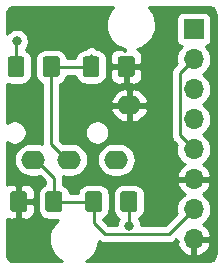
<source format=gtl>
G04 #@! TF.GenerationSoftware,KiCad,Pcbnew,5.1.2-f72e74a~84~ubuntu16.04.1*
G04 #@! TF.CreationDate,2019-07-13T03:40:42-04:00*
G04 #@! TF.ProjectId,arcade_joystick_pcb,61726361-6465-45f6-9a6f-79737469636b,rev?*
G04 #@! TF.SameCoordinates,Original*
G04 #@! TF.FileFunction,Copper,L1,Top*
G04 #@! TF.FilePolarity,Positive*
%FSLAX46Y46*%
G04 Gerber Fmt 4.6, Leading zero omitted, Abs format (unit mm)*
G04 Created by KiCad (PCBNEW 5.1.2-f72e74a~84~ubuntu16.04.1) date 2019-07-13 03:40:42*
%MOMM*%
%LPD*%
G04 APERTURE LIST*
%ADD10C,0.100000*%
%ADD11C,1.425000*%
%ADD12O,1.700000X1.700000*%
%ADD13R,1.700000X1.700000*%
%ADD14O,2.000000X1.600000*%
%ADD15C,0.800000*%
%ADD16C,0.250000*%
%ADD17C,0.254000*%
G04 APERTURE END LIST*
D10*
G36*
X129174504Y-95011204D02*
G01*
X129198773Y-95014804D01*
X129222571Y-95020765D01*
X129245671Y-95029030D01*
X129267849Y-95039520D01*
X129288893Y-95052133D01*
X129308598Y-95066747D01*
X129326777Y-95083223D01*
X129343253Y-95101402D01*
X129357867Y-95121107D01*
X129370480Y-95142151D01*
X129380970Y-95164329D01*
X129389235Y-95187429D01*
X129395196Y-95211227D01*
X129398796Y-95235496D01*
X129400000Y-95260000D01*
X129400000Y-96510000D01*
X129398796Y-96534504D01*
X129395196Y-96558773D01*
X129389235Y-96582571D01*
X129380970Y-96605671D01*
X129370480Y-96627849D01*
X129357867Y-96648893D01*
X129343253Y-96668598D01*
X129326777Y-96686777D01*
X129308598Y-96703253D01*
X129288893Y-96717867D01*
X129267849Y-96730480D01*
X129245671Y-96740970D01*
X129222571Y-96749235D01*
X129198773Y-96755196D01*
X129174504Y-96758796D01*
X129150000Y-96760000D01*
X128225000Y-96760000D01*
X128200496Y-96758796D01*
X128176227Y-96755196D01*
X128152429Y-96749235D01*
X128129329Y-96740970D01*
X128107151Y-96730480D01*
X128086107Y-96717867D01*
X128066402Y-96703253D01*
X128048223Y-96686777D01*
X128031747Y-96668598D01*
X128017133Y-96648893D01*
X128004520Y-96627849D01*
X127994030Y-96605671D01*
X127985765Y-96582571D01*
X127979804Y-96558773D01*
X127976204Y-96534504D01*
X127975000Y-96510000D01*
X127975000Y-95260000D01*
X127976204Y-95235496D01*
X127979804Y-95211227D01*
X127985765Y-95187429D01*
X127994030Y-95164329D01*
X128004520Y-95142151D01*
X128017133Y-95121107D01*
X128031747Y-95101402D01*
X128048223Y-95083223D01*
X128066402Y-95066747D01*
X128086107Y-95052133D01*
X128107151Y-95039520D01*
X128129329Y-95029030D01*
X128152429Y-95020765D01*
X128176227Y-95014804D01*
X128200496Y-95011204D01*
X128225000Y-95010000D01*
X129150000Y-95010000D01*
X129174504Y-95011204D01*
X129174504Y-95011204D01*
G37*
D11*
X128687500Y-95885000D03*
D10*
G36*
X132149504Y-95011204D02*
G01*
X132173773Y-95014804D01*
X132197571Y-95020765D01*
X132220671Y-95029030D01*
X132242849Y-95039520D01*
X132263893Y-95052133D01*
X132283598Y-95066747D01*
X132301777Y-95083223D01*
X132318253Y-95101402D01*
X132332867Y-95121107D01*
X132345480Y-95142151D01*
X132355970Y-95164329D01*
X132364235Y-95187429D01*
X132370196Y-95211227D01*
X132373796Y-95235496D01*
X132375000Y-95260000D01*
X132375000Y-96510000D01*
X132373796Y-96534504D01*
X132370196Y-96558773D01*
X132364235Y-96582571D01*
X132355970Y-96605671D01*
X132345480Y-96627849D01*
X132332867Y-96648893D01*
X132318253Y-96668598D01*
X132301777Y-96686777D01*
X132283598Y-96703253D01*
X132263893Y-96717867D01*
X132242849Y-96730480D01*
X132220671Y-96740970D01*
X132197571Y-96749235D01*
X132173773Y-96755196D01*
X132149504Y-96758796D01*
X132125000Y-96760000D01*
X131200000Y-96760000D01*
X131175496Y-96758796D01*
X131151227Y-96755196D01*
X131127429Y-96749235D01*
X131104329Y-96740970D01*
X131082151Y-96730480D01*
X131061107Y-96717867D01*
X131041402Y-96703253D01*
X131023223Y-96686777D01*
X131006747Y-96668598D01*
X130992133Y-96648893D01*
X130979520Y-96627849D01*
X130969030Y-96605671D01*
X130960765Y-96582571D01*
X130954804Y-96558773D01*
X130951204Y-96534504D01*
X130950000Y-96510000D01*
X130950000Y-95260000D01*
X130951204Y-95235496D01*
X130954804Y-95211227D01*
X130960765Y-95187429D01*
X130969030Y-95164329D01*
X130979520Y-95142151D01*
X130992133Y-95121107D01*
X131006747Y-95101402D01*
X131023223Y-95083223D01*
X131041402Y-95066747D01*
X131061107Y-95052133D01*
X131082151Y-95039520D01*
X131104329Y-95029030D01*
X131127429Y-95020765D01*
X131151227Y-95014804D01*
X131175496Y-95011204D01*
X131200000Y-95010000D01*
X132125000Y-95010000D01*
X132149504Y-95011204D01*
X132149504Y-95011204D01*
G37*
D11*
X131662500Y-95885000D03*
D10*
G36*
X138282004Y-83581204D02*
G01*
X138306273Y-83584804D01*
X138330071Y-83590765D01*
X138353171Y-83599030D01*
X138375349Y-83609520D01*
X138396393Y-83622133D01*
X138416098Y-83636747D01*
X138434277Y-83653223D01*
X138450753Y-83671402D01*
X138465367Y-83691107D01*
X138477980Y-83712151D01*
X138488470Y-83734329D01*
X138496735Y-83757429D01*
X138502696Y-83781227D01*
X138506296Y-83805496D01*
X138507500Y-83830000D01*
X138507500Y-85080000D01*
X138506296Y-85104504D01*
X138502696Y-85128773D01*
X138496735Y-85152571D01*
X138488470Y-85175671D01*
X138477980Y-85197849D01*
X138465367Y-85218893D01*
X138450753Y-85238598D01*
X138434277Y-85256777D01*
X138416098Y-85273253D01*
X138396393Y-85287867D01*
X138375349Y-85300480D01*
X138353171Y-85310970D01*
X138330071Y-85319235D01*
X138306273Y-85325196D01*
X138282004Y-85328796D01*
X138257500Y-85330000D01*
X137332500Y-85330000D01*
X137307996Y-85328796D01*
X137283727Y-85325196D01*
X137259929Y-85319235D01*
X137236829Y-85310970D01*
X137214651Y-85300480D01*
X137193607Y-85287867D01*
X137173902Y-85273253D01*
X137155723Y-85256777D01*
X137139247Y-85238598D01*
X137124633Y-85218893D01*
X137112020Y-85197849D01*
X137101530Y-85175671D01*
X137093265Y-85152571D01*
X137087304Y-85128773D01*
X137083704Y-85104504D01*
X137082500Y-85080000D01*
X137082500Y-83830000D01*
X137083704Y-83805496D01*
X137087304Y-83781227D01*
X137093265Y-83757429D01*
X137101530Y-83734329D01*
X137112020Y-83712151D01*
X137124633Y-83691107D01*
X137139247Y-83671402D01*
X137155723Y-83653223D01*
X137173902Y-83636747D01*
X137193607Y-83622133D01*
X137214651Y-83609520D01*
X137236829Y-83599030D01*
X137259929Y-83590765D01*
X137283727Y-83584804D01*
X137307996Y-83581204D01*
X137332500Y-83580000D01*
X138257500Y-83580000D01*
X138282004Y-83581204D01*
X138282004Y-83581204D01*
G37*
D11*
X137795000Y-84455000D03*
D10*
G36*
X135307004Y-83581204D02*
G01*
X135331273Y-83584804D01*
X135355071Y-83590765D01*
X135378171Y-83599030D01*
X135400349Y-83609520D01*
X135421393Y-83622133D01*
X135441098Y-83636747D01*
X135459277Y-83653223D01*
X135475753Y-83671402D01*
X135490367Y-83691107D01*
X135502980Y-83712151D01*
X135513470Y-83734329D01*
X135521735Y-83757429D01*
X135527696Y-83781227D01*
X135531296Y-83805496D01*
X135532500Y-83830000D01*
X135532500Y-85080000D01*
X135531296Y-85104504D01*
X135527696Y-85128773D01*
X135521735Y-85152571D01*
X135513470Y-85175671D01*
X135502980Y-85197849D01*
X135490367Y-85218893D01*
X135475753Y-85238598D01*
X135459277Y-85256777D01*
X135441098Y-85273253D01*
X135421393Y-85287867D01*
X135400349Y-85300480D01*
X135378171Y-85310970D01*
X135355071Y-85319235D01*
X135331273Y-85325196D01*
X135307004Y-85328796D01*
X135282500Y-85330000D01*
X134357500Y-85330000D01*
X134332996Y-85328796D01*
X134308727Y-85325196D01*
X134284929Y-85319235D01*
X134261829Y-85310970D01*
X134239651Y-85300480D01*
X134218607Y-85287867D01*
X134198902Y-85273253D01*
X134180723Y-85256777D01*
X134164247Y-85238598D01*
X134149633Y-85218893D01*
X134137020Y-85197849D01*
X134126530Y-85175671D01*
X134118265Y-85152571D01*
X134112304Y-85128773D01*
X134108704Y-85104504D01*
X134107500Y-85080000D01*
X134107500Y-83830000D01*
X134108704Y-83805496D01*
X134112304Y-83781227D01*
X134118265Y-83757429D01*
X134126530Y-83734329D01*
X134137020Y-83712151D01*
X134149633Y-83691107D01*
X134164247Y-83671402D01*
X134180723Y-83653223D01*
X134198902Y-83636747D01*
X134218607Y-83622133D01*
X134239651Y-83609520D01*
X134261829Y-83599030D01*
X134284929Y-83590765D01*
X134308727Y-83584804D01*
X134332996Y-83581204D01*
X134357500Y-83580000D01*
X135282500Y-83580000D01*
X135307004Y-83581204D01*
X135307004Y-83581204D01*
G37*
D11*
X134820000Y-84455000D03*
D10*
G36*
X135524504Y-95011204D02*
G01*
X135548773Y-95014804D01*
X135572571Y-95020765D01*
X135595671Y-95029030D01*
X135617849Y-95039520D01*
X135638893Y-95052133D01*
X135658598Y-95066747D01*
X135676777Y-95083223D01*
X135693253Y-95101402D01*
X135707867Y-95121107D01*
X135720480Y-95142151D01*
X135730970Y-95164329D01*
X135739235Y-95187429D01*
X135745196Y-95211227D01*
X135748796Y-95235496D01*
X135750000Y-95260000D01*
X135750000Y-96510000D01*
X135748796Y-96534504D01*
X135745196Y-96558773D01*
X135739235Y-96582571D01*
X135730970Y-96605671D01*
X135720480Y-96627849D01*
X135707867Y-96648893D01*
X135693253Y-96668598D01*
X135676777Y-96686777D01*
X135658598Y-96703253D01*
X135638893Y-96717867D01*
X135617849Y-96730480D01*
X135595671Y-96740970D01*
X135572571Y-96749235D01*
X135548773Y-96755196D01*
X135524504Y-96758796D01*
X135500000Y-96760000D01*
X134575000Y-96760000D01*
X134550496Y-96758796D01*
X134526227Y-96755196D01*
X134502429Y-96749235D01*
X134479329Y-96740970D01*
X134457151Y-96730480D01*
X134436107Y-96717867D01*
X134416402Y-96703253D01*
X134398223Y-96686777D01*
X134381747Y-96668598D01*
X134367133Y-96648893D01*
X134354520Y-96627849D01*
X134344030Y-96605671D01*
X134335765Y-96582571D01*
X134329804Y-96558773D01*
X134326204Y-96534504D01*
X134325000Y-96510000D01*
X134325000Y-95260000D01*
X134326204Y-95235496D01*
X134329804Y-95211227D01*
X134335765Y-95187429D01*
X134344030Y-95164329D01*
X134354520Y-95142151D01*
X134367133Y-95121107D01*
X134381747Y-95101402D01*
X134398223Y-95083223D01*
X134416402Y-95066747D01*
X134436107Y-95052133D01*
X134457151Y-95039520D01*
X134479329Y-95029030D01*
X134502429Y-95020765D01*
X134526227Y-95014804D01*
X134550496Y-95011204D01*
X134575000Y-95010000D01*
X135500000Y-95010000D01*
X135524504Y-95011204D01*
X135524504Y-95011204D01*
G37*
D11*
X135037500Y-95885000D03*
D10*
G36*
X138499504Y-95011204D02*
G01*
X138523773Y-95014804D01*
X138547571Y-95020765D01*
X138570671Y-95029030D01*
X138592849Y-95039520D01*
X138613893Y-95052133D01*
X138633598Y-95066747D01*
X138651777Y-95083223D01*
X138668253Y-95101402D01*
X138682867Y-95121107D01*
X138695480Y-95142151D01*
X138705970Y-95164329D01*
X138714235Y-95187429D01*
X138720196Y-95211227D01*
X138723796Y-95235496D01*
X138725000Y-95260000D01*
X138725000Y-96510000D01*
X138723796Y-96534504D01*
X138720196Y-96558773D01*
X138714235Y-96582571D01*
X138705970Y-96605671D01*
X138695480Y-96627849D01*
X138682867Y-96648893D01*
X138668253Y-96668598D01*
X138651777Y-96686777D01*
X138633598Y-96703253D01*
X138613893Y-96717867D01*
X138592849Y-96730480D01*
X138570671Y-96740970D01*
X138547571Y-96749235D01*
X138523773Y-96755196D01*
X138499504Y-96758796D01*
X138475000Y-96760000D01*
X137550000Y-96760000D01*
X137525496Y-96758796D01*
X137501227Y-96755196D01*
X137477429Y-96749235D01*
X137454329Y-96740970D01*
X137432151Y-96730480D01*
X137411107Y-96717867D01*
X137391402Y-96703253D01*
X137373223Y-96686777D01*
X137356747Y-96668598D01*
X137342133Y-96648893D01*
X137329520Y-96627849D01*
X137319030Y-96605671D01*
X137310765Y-96582571D01*
X137304804Y-96558773D01*
X137301204Y-96534504D01*
X137300000Y-96510000D01*
X137300000Y-95260000D01*
X137301204Y-95235496D01*
X137304804Y-95211227D01*
X137310765Y-95187429D01*
X137319030Y-95164329D01*
X137329520Y-95142151D01*
X137342133Y-95121107D01*
X137356747Y-95101402D01*
X137373223Y-95083223D01*
X137391402Y-95066747D01*
X137411107Y-95052133D01*
X137432151Y-95039520D01*
X137454329Y-95029030D01*
X137477429Y-95020765D01*
X137501227Y-95014804D01*
X137525496Y-95011204D01*
X137550000Y-95010000D01*
X138475000Y-95010000D01*
X138499504Y-95011204D01*
X138499504Y-95011204D01*
G37*
D11*
X138012500Y-95885000D03*
D10*
G36*
X131932004Y-83581204D02*
G01*
X131956273Y-83584804D01*
X131980071Y-83590765D01*
X132003171Y-83599030D01*
X132025349Y-83609520D01*
X132046393Y-83622133D01*
X132066098Y-83636747D01*
X132084277Y-83653223D01*
X132100753Y-83671402D01*
X132115367Y-83691107D01*
X132127980Y-83712151D01*
X132138470Y-83734329D01*
X132146735Y-83757429D01*
X132152696Y-83781227D01*
X132156296Y-83805496D01*
X132157500Y-83830000D01*
X132157500Y-85080000D01*
X132156296Y-85104504D01*
X132152696Y-85128773D01*
X132146735Y-85152571D01*
X132138470Y-85175671D01*
X132127980Y-85197849D01*
X132115367Y-85218893D01*
X132100753Y-85238598D01*
X132084277Y-85256777D01*
X132066098Y-85273253D01*
X132046393Y-85287867D01*
X132025349Y-85300480D01*
X132003171Y-85310970D01*
X131980071Y-85319235D01*
X131956273Y-85325196D01*
X131932004Y-85328796D01*
X131907500Y-85330000D01*
X130982500Y-85330000D01*
X130957996Y-85328796D01*
X130933727Y-85325196D01*
X130909929Y-85319235D01*
X130886829Y-85310970D01*
X130864651Y-85300480D01*
X130843607Y-85287867D01*
X130823902Y-85273253D01*
X130805723Y-85256777D01*
X130789247Y-85238598D01*
X130774633Y-85218893D01*
X130762020Y-85197849D01*
X130751530Y-85175671D01*
X130743265Y-85152571D01*
X130737304Y-85128773D01*
X130733704Y-85104504D01*
X130732500Y-85080000D01*
X130732500Y-83830000D01*
X130733704Y-83805496D01*
X130737304Y-83781227D01*
X130743265Y-83757429D01*
X130751530Y-83734329D01*
X130762020Y-83712151D01*
X130774633Y-83691107D01*
X130789247Y-83671402D01*
X130805723Y-83653223D01*
X130823902Y-83636747D01*
X130843607Y-83622133D01*
X130864651Y-83609520D01*
X130886829Y-83599030D01*
X130909929Y-83590765D01*
X130933727Y-83584804D01*
X130957996Y-83581204D01*
X130982500Y-83580000D01*
X131907500Y-83580000D01*
X131932004Y-83581204D01*
X131932004Y-83581204D01*
G37*
D11*
X131445000Y-84455000D03*
D10*
G36*
X128957004Y-83581204D02*
G01*
X128981273Y-83584804D01*
X129005071Y-83590765D01*
X129028171Y-83599030D01*
X129050349Y-83609520D01*
X129071393Y-83622133D01*
X129091098Y-83636747D01*
X129109277Y-83653223D01*
X129125753Y-83671402D01*
X129140367Y-83691107D01*
X129152980Y-83712151D01*
X129163470Y-83734329D01*
X129171735Y-83757429D01*
X129177696Y-83781227D01*
X129181296Y-83805496D01*
X129182500Y-83830000D01*
X129182500Y-85080000D01*
X129181296Y-85104504D01*
X129177696Y-85128773D01*
X129171735Y-85152571D01*
X129163470Y-85175671D01*
X129152980Y-85197849D01*
X129140367Y-85218893D01*
X129125753Y-85238598D01*
X129109277Y-85256777D01*
X129091098Y-85273253D01*
X129071393Y-85287867D01*
X129050349Y-85300480D01*
X129028171Y-85310970D01*
X129005071Y-85319235D01*
X128981273Y-85325196D01*
X128957004Y-85328796D01*
X128932500Y-85330000D01*
X128007500Y-85330000D01*
X127982996Y-85328796D01*
X127958727Y-85325196D01*
X127934929Y-85319235D01*
X127911829Y-85310970D01*
X127889651Y-85300480D01*
X127868607Y-85287867D01*
X127848902Y-85273253D01*
X127830723Y-85256777D01*
X127814247Y-85238598D01*
X127799633Y-85218893D01*
X127787020Y-85197849D01*
X127776530Y-85175671D01*
X127768265Y-85152571D01*
X127762304Y-85128773D01*
X127758704Y-85104504D01*
X127757500Y-85080000D01*
X127757500Y-83830000D01*
X127758704Y-83805496D01*
X127762304Y-83781227D01*
X127768265Y-83757429D01*
X127776530Y-83734329D01*
X127787020Y-83712151D01*
X127799633Y-83691107D01*
X127814247Y-83671402D01*
X127830723Y-83653223D01*
X127848902Y-83636747D01*
X127868607Y-83622133D01*
X127889651Y-83609520D01*
X127911829Y-83599030D01*
X127934929Y-83590765D01*
X127958727Y-83584804D01*
X127982996Y-83581204D01*
X128007500Y-83580000D01*
X128932500Y-83580000D01*
X128957004Y-83581204D01*
X128957004Y-83581204D01*
G37*
D11*
X128470000Y-84455000D03*
D12*
X143510000Y-99060000D03*
X143510000Y-96520000D03*
X143510000Y-93980000D03*
X143510000Y-91440000D03*
X143510000Y-88900000D03*
X143510000Y-86360000D03*
X143510000Y-83820000D03*
D13*
X143510000Y-81280000D03*
D14*
X138040001Y-87735000D03*
X136940001Y-92335000D03*
X129940001Y-92335000D03*
X132940001Y-92335000D03*
D15*
X128524000Y-82296000D03*
X138049000Y-97917000D03*
D16*
X138012500Y-97880500D02*
X138049000Y-97917000D01*
X138012500Y-95885000D02*
X138012500Y-97880500D01*
X128470000Y-82350000D02*
X128524000Y-82296000D01*
X128470000Y-84455000D02*
X128470000Y-82350000D01*
X130140001Y-92335000D02*
X129940001Y-92335000D01*
X131662500Y-93857499D02*
X130140001Y-92335000D01*
X131662500Y-95885000D02*
X131662500Y-93857499D01*
X134225000Y-95885000D02*
X131662500Y-95885000D01*
X135037500Y-95885000D02*
X134225000Y-95885000D01*
X141387999Y-98642001D02*
X135980001Y-98642001D01*
X143510000Y-96520000D02*
X141387999Y-98642001D01*
X135037500Y-97699500D02*
X135037500Y-95885000D01*
X135980001Y-98642001D02*
X135037500Y-97699500D01*
X134820000Y-84455000D02*
X131445000Y-84455000D01*
X132740001Y-92335000D02*
X132940001Y-92335000D01*
X131445000Y-91039999D02*
X132740001Y-92335000D01*
X131445000Y-84455000D02*
X131445000Y-91039999D01*
X142334999Y-90264999D02*
X142660001Y-90590001D01*
X142660001Y-90590001D02*
X143510000Y-91440000D01*
X142334999Y-84995001D02*
X142334999Y-90264999D01*
X143510000Y-83820000D02*
X142334999Y-84995001D01*
X134820000Y-84455000D02*
X134820000Y-83480000D01*
D17*
G36*
X136412781Y-79747923D02*
G01*
X136223218Y-80116771D01*
X136108909Y-80515414D01*
X136074207Y-80928668D01*
X136120434Y-81340792D01*
X136245830Y-81736088D01*
X136445617Y-82099500D01*
X136712186Y-82417185D01*
X137035384Y-82677043D01*
X137402900Y-82869176D01*
X137667998Y-82947198D01*
X137667998Y-83103748D01*
X137509250Y-82945000D01*
X137082500Y-82941928D01*
X136958018Y-82954188D01*
X136838320Y-82990498D01*
X136728006Y-83049463D01*
X136631315Y-83128815D01*
X136551963Y-83225506D01*
X136492998Y-83335820D01*
X136456688Y-83455518D01*
X136444428Y-83580000D01*
X136447500Y-84169250D01*
X136606250Y-84328000D01*
X137668000Y-84328000D01*
X137668000Y-84308000D01*
X137922000Y-84308000D01*
X137922000Y-84328000D01*
X138983750Y-84328000D01*
X139142500Y-84169250D01*
X139145572Y-83580000D01*
X139133312Y-83455518D01*
X139097002Y-83335820D01*
X139038037Y-83225506D01*
X138958685Y-83128815D01*
X138861994Y-83049463D01*
X138751680Y-82990498D01*
X138671982Y-82966322D01*
X139022336Y-82857870D01*
X139387134Y-82660624D01*
X139706672Y-82396279D01*
X139968780Y-82074903D01*
X140163474Y-81708738D01*
X140283338Y-81311729D01*
X140323806Y-80899000D01*
X140322978Y-80839669D01*
X140271001Y-80428231D01*
X140140098Y-80034724D01*
X139935257Y-79674137D01*
X139720208Y-79425000D01*
X144746496Y-79425000D01*
X144892992Y-79439364D01*
X145001670Y-79472176D01*
X145101918Y-79525479D01*
X145189897Y-79597232D01*
X145262263Y-79684707D01*
X145316263Y-79784579D01*
X145349833Y-79893027D01*
X145365000Y-80037331D01*
X145365001Y-100296486D01*
X145350636Y-100442992D01*
X145317823Y-100551672D01*
X145264522Y-100651917D01*
X145192769Y-100739895D01*
X145105292Y-100812263D01*
X145005420Y-100866263D01*
X144896973Y-100899833D01*
X144752669Y-100915000D01*
X134365536Y-100915000D01*
X134538231Y-100821624D01*
X134857769Y-100557279D01*
X135119877Y-100235903D01*
X135314571Y-99869738D01*
X135434435Y-99472729D01*
X135461232Y-99199427D01*
X135555725Y-99276975D01*
X135687754Y-99347547D01*
X135831015Y-99391004D01*
X135942668Y-99402001D01*
X135942676Y-99402001D01*
X135980001Y-99405677D01*
X136017326Y-99402001D01*
X141350677Y-99402001D01*
X141387999Y-99405677D01*
X141425321Y-99402001D01*
X141425332Y-99402001D01*
X141536985Y-99391004D01*
X141680246Y-99347547D01*
X141812275Y-99276975D01*
X141928000Y-99182002D01*
X141951803Y-99152998D01*
X142025000Y-99079801D01*
X142025000Y-99187002D01*
X142189844Y-99187002D01*
X142068524Y-99416890D01*
X142113175Y-99564099D01*
X142238359Y-99826920D01*
X142412412Y-100060269D01*
X142628645Y-100255178D01*
X142878748Y-100404157D01*
X143153109Y-100501481D01*
X143383000Y-100380814D01*
X143383000Y-99187000D01*
X143637000Y-99187000D01*
X143637000Y-100380814D01*
X143866891Y-100501481D01*
X144141252Y-100404157D01*
X144391355Y-100255178D01*
X144607588Y-100060269D01*
X144781641Y-99826920D01*
X144906825Y-99564099D01*
X144951476Y-99416890D01*
X144830155Y-99187000D01*
X143637000Y-99187000D01*
X143383000Y-99187000D01*
X143363000Y-99187000D01*
X143363000Y-98933000D01*
X143383000Y-98933000D01*
X143383000Y-98913000D01*
X143637000Y-98913000D01*
X143637000Y-98933000D01*
X144830155Y-98933000D01*
X144951476Y-98703110D01*
X144906825Y-98555901D01*
X144781641Y-98293080D01*
X144607588Y-98059731D01*
X144391355Y-97864822D01*
X144274477Y-97795201D01*
X144339014Y-97760706D01*
X144565134Y-97575134D01*
X144750706Y-97349014D01*
X144888599Y-97091034D01*
X144973513Y-96811111D01*
X145002185Y-96520000D01*
X144973513Y-96228889D01*
X144888599Y-95948966D01*
X144750706Y-95690986D01*
X144565134Y-95464866D01*
X144339014Y-95279294D01*
X144274477Y-95244799D01*
X144391355Y-95175178D01*
X144607588Y-94980269D01*
X144781641Y-94746920D01*
X144906825Y-94484099D01*
X144951476Y-94336890D01*
X144830155Y-94107000D01*
X143637000Y-94107000D01*
X143637000Y-94127000D01*
X143383000Y-94127000D01*
X143383000Y-94107000D01*
X142189845Y-94107000D01*
X142068524Y-94336890D01*
X142113175Y-94484099D01*
X142238359Y-94746920D01*
X142412412Y-94980269D01*
X142628645Y-95175178D01*
X142745523Y-95244799D01*
X142680986Y-95279294D01*
X142454866Y-95464866D01*
X142269294Y-95690986D01*
X142131401Y-95948966D01*
X142046487Y-96228889D01*
X142017815Y-96520000D01*
X142046487Y-96811111D01*
X142069203Y-96885995D01*
X141073198Y-97882001D01*
X139084000Y-97882001D01*
X139084000Y-97815061D01*
X139044226Y-97615102D01*
X138966205Y-97426744D01*
X138878976Y-97296196D01*
X138968386Y-97248405D01*
X139102962Y-97137962D01*
X139213405Y-97003386D01*
X139295472Y-96849850D01*
X139346008Y-96683254D01*
X139363072Y-96510000D01*
X139363072Y-95260000D01*
X139346008Y-95086746D01*
X139295472Y-94920150D01*
X139213405Y-94766614D01*
X139102962Y-94632038D01*
X138968386Y-94521595D01*
X138814850Y-94439528D01*
X138648254Y-94388992D01*
X138475000Y-94371928D01*
X137550000Y-94371928D01*
X137376746Y-94388992D01*
X137210150Y-94439528D01*
X137056614Y-94521595D01*
X136922038Y-94632038D01*
X136811595Y-94766614D01*
X136729528Y-94920150D01*
X136678992Y-95086746D01*
X136661928Y-95260000D01*
X136661928Y-96510000D01*
X136678992Y-96683254D01*
X136729528Y-96849850D01*
X136811595Y-97003386D01*
X136922038Y-97137962D01*
X137056614Y-97248405D01*
X137199813Y-97324947D01*
X137131795Y-97426744D01*
X137053774Y-97615102D01*
X137014000Y-97815061D01*
X137014000Y-97882001D01*
X136294803Y-97882001D01*
X135797500Y-97384699D01*
X135797500Y-97343319D01*
X135839850Y-97330472D01*
X135993386Y-97248405D01*
X136127962Y-97137962D01*
X136238405Y-97003386D01*
X136320472Y-96849850D01*
X136371008Y-96683254D01*
X136388072Y-96510000D01*
X136388072Y-95260000D01*
X136371008Y-95086746D01*
X136320472Y-94920150D01*
X136238405Y-94766614D01*
X136127962Y-94632038D01*
X135993386Y-94521595D01*
X135839850Y-94439528D01*
X135673254Y-94388992D01*
X135500000Y-94371928D01*
X134575000Y-94371928D01*
X134401746Y-94388992D01*
X134235150Y-94439528D01*
X134081614Y-94521595D01*
X133947038Y-94632038D01*
X133836595Y-94766614D01*
X133754528Y-94920150D01*
X133703992Y-95086746D01*
X133700224Y-95125000D01*
X132999776Y-95125000D01*
X132996008Y-95086746D01*
X132945472Y-94920150D01*
X132863405Y-94766614D01*
X132752962Y-94632038D01*
X132618386Y-94521595D01*
X132464850Y-94439528D01*
X132422500Y-94426681D01*
X132422500Y-93894824D01*
X132426176Y-93857499D01*
X132422500Y-93820174D01*
X132422500Y-93820166D01*
X132414184Y-93735735D01*
X132458692Y-93749236D01*
X132669509Y-93770000D01*
X133210493Y-93770000D01*
X133421310Y-93749236D01*
X133691809Y-93667182D01*
X133941102Y-93533932D01*
X134159609Y-93354608D01*
X134338933Y-93136101D01*
X134472183Y-92886808D01*
X134554237Y-92616309D01*
X134581944Y-92335000D01*
X135298058Y-92335000D01*
X135325765Y-92616309D01*
X135407819Y-92886808D01*
X135541069Y-93136101D01*
X135720393Y-93354608D01*
X135938900Y-93533932D01*
X136188193Y-93667182D01*
X136458692Y-93749236D01*
X136669509Y-93770000D01*
X137210493Y-93770000D01*
X137421310Y-93749236D01*
X137691809Y-93667182D01*
X137941102Y-93533932D01*
X138159609Y-93354608D01*
X138338933Y-93136101D01*
X138472183Y-92886808D01*
X138554237Y-92616309D01*
X138581944Y-92335000D01*
X138554237Y-92053691D01*
X138472183Y-91783192D01*
X138338933Y-91533899D01*
X138159609Y-91315392D01*
X137941102Y-91136068D01*
X137691809Y-91002818D01*
X137421310Y-90920764D01*
X137210493Y-90900000D01*
X136669509Y-90900000D01*
X136458692Y-90920764D01*
X136188193Y-91002818D01*
X135938900Y-91136068D01*
X135720393Y-91315392D01*
X135541069Y-91533899D01*
X135407819Y-91783192D01*
X135325765Y-92053691D01*
X135298058Y-92335000D01*
X134581944Y-92335000D01*
X134554237Y-92053691D01*
X134472183Y-91783192D01*
X134338933Y-91533899D01*
X134159609Y-91315392D01*
X133941102Y-91136068D01*
X133691809Y-91002818D01*
X133421310Y-90920764D01*
X133210493Y-90900000D01*
X132669509Y-90900000D01*
X132458692Y-90920764D01*
X132414095Y-90934292D01*
X132205000Y-90725198D01*
X132205000Y-89933061D01*
X134305001Y-89933061D01*
X134305001Y-90136939D01*
X134344775Y-90336898D01*
X134422796Y-90525256D01*
X134536064Y-90694774D01*
X134680227Y-90838937D01*
X134849745Y-90952205D01*
X135038103Y-91030226D01*
X135238062Y-91070000D01*
X135441940Y-91070000D01*
X135641899Y-91030226D01*
X135830257Y-90952205D01*
X135999775Y-90838937D01*
X136143938Y-90694774D01*
X136257206Y-90525256D01*
X136335227Y-90336898D01*
X136375001Y-90136939D01*
X136375001Y-89933061D01*
X136335227Y-89733102D01*
X136257206Y-89544744D01*
X136143938Y-89375226D01*
X135999775Y-89231063D01*
X135830257Y-89117795D01*
X135641899Y-89039774D01*
X135441940Y-89000000D01*
X135238062Y-89000000D01*
X135038103Y-89039774D01*
X134849745Y-89117795D01*
X134680227Y-89231063D01*
X134536064Y-89375226D01*
X134422796Y-89544744D01*
X134344775Y-89733102D01*
X134305001Y-89933061D01*
X132205000Y-89933061D01*
X132205000Y-88084039D01*
X136448097Y-88084039D01*
X136458557Y-88141730D01*
X136564450Y-88403421D01*
X136719362Y-88639425D01*
X136917339Y-88840673D01*
X137150774Y-88999430D01*
X137410695Y-89109596D01*
X137687114Y-89166937D01*
X137913001Y-89014474D01*
X137913001Y-87862000D01*
X138167001Y-87862000D01*
X138167001Y-89014474D01*
X138392888Y-89166937D01*
X138669307Y-89109596D01*
X138929228Y-88999430D01*
X139162663Y-88840673D01*
X139360640Y-88639425D01*
X139515552Y-88403421D01*
X139621445Y-88141730D01*
X139631905Y-88084039D01*
X139509916Y-87862000D01*
X138167001Y-87862000D01*
X137913001Y-87862000D01*
X136570086Y-87862000D01*
X136448097Y-88084039D01*
X132205000Y-88084039D01*
X132205000Y-87385961D01*
X136448097Y-87385961D01*
X136570086Y-87608000D01*
X137913001Y-87608000D01*
X137913001Y-86455526D01*
X138167001Y-86455526D01*
X138167001Y-87608000D01*
X139509916Y-87608000D01*
X139631905Y-87385961D01*
X139621445Y-87328270D01*
X139515552Y-87066579D01*
X139360640Y-86830575D01*
X139162663Y-86629327D01*
X138929228Y-86470570D01*
X138669307Y-86360404D01*
X138392888Y-86303063D01*
X138167001Y-86455526D01*
X137913001Y-86455526D01*
X137687114Y-86303063D01*
X137410695Y-86360404D01*
X137150774Y-86470570D01*
X136917339Y-86629327D01*
X136719362Y-86830575D01*
X136564450Y-87066579D01*
X136458557Y-87328270D01*
X136448097Y-87385961D01*
X132205000Y-87385961D01*
X132205000Y-85913319D01*
X132247350Y-85900472D01*
X132400886Y-85818405D01*
X132535462Y-85707962D01*
X132645905Y-85573386D01*
X132727972Y-85419850D01*
X132778508Y-85253254D01*
X132782276Y-85215000D01*
X133482724Y-85215000D01*
X133486492Y-85253254D01*
X133537028Y-85419850D01*
X133619095Y-85573386D01*
X133729538Y-85707962D01*
X133864114Y-85818405D01*
X134017650Y-85900472D01*
X134184246Y-85951008D01*
X134357500Y-85968072D01*
X135282500Y-85968072D01*
X135455754Y-85951008D01*
X135622350Y-85900472D01*
X135775886Y-85818405D01*
X135910462Y-85707962D01*
X136020905Y-85573386D01*
X136102972Y-85419850D01*
X136130227Y-85330000D01*
X136444428Y-85330000D01*
X136456688Y-85454482D01*
X136492998Y-85574180D01*
X136551963Y-85684494D01*
X136631315Y-85781185D01*
X136728006Y-85860537D01*
X136838320Y-85919502D01*
X136958018Y-85955812D01*
X137082500Y-85968072D01*
X137509250Y-85965000D01*
X137668000Y-85806250D01*
X137668000Y-84582000D01*
X137922000Y-84582000D01*
X137922000Y-85806250D01*
X138080750Y-85965000D01*
X138507500Y-85968072D01*
X138631982Y-85955812D01*
X138751680Y-85919502D01*
X138861994Y-85860537D01*
X138958685Y-85781185D01*
X139038037Y-85684494D01*
X139097002Y-85574180D01*
X139133312Y-85454482D01*
X139145572Y-85330000D01*
X139143826Y-84995001D01*
X141571323Y-84995001D01*
X141574999Y-85032324D01*
X141575000Y-90227667D01*
X141571323Y-90264999D01*
X141575000Y-90302332D01*
X141578405Y-90336898D01*
X141585997Y-90413984D01*
X141629453Y-90557245D01*
X141700025Y-90689275D01*
X141771200Y-90776001D01*
X141794999Y-90805000D01*
X141823997Y-90828798D01*
X142069203Y-91074004D01*
X142046487Y-91148889D01*
X142017815Y-91440000D01*
X142046487Y-91731111D01*
X142131401Y-92011034D01*
X142269294Y-92269014D01*
X142454866Y-92495134D01*
X142680986Y-92680706D01*
X142745523Y-92715201D01*
X142628645Y-92784822D01*
X142412412Y-92979731D01*
X142238359Y-93213080D01*
X142113175Y-93475901D01*
X142068524Y-93623110D01*
X142189845Y-93853000D01*
X143383000Y-93853000D01*
X143383000Y-93833000D01*
X143637000Y-93833000D01*
X143637000Y-93853000D01*
X144830155Y-93853000D01*
X144951476Y-93623110D01*
X144906825Y-93475901D01*
X144781641Y-93213080D01*
X144607588Y-92979731D01*
X144391355Y-92784822D01*
X144274477Y-92715201D01*
X144339014Y-92680706D01*
X144565134Y-92495134D01*
X144750706Y-92269014D01*
X144888599Y-92011034D01*
X144973513Y-91731111D01*
X145002185Y-91440000D01*
X144973513Y-91148889D01*
X144888599Y-90868966D01*
X144750706Y-90610986D01*
X144565134Y-90384866D01*
X144339014Y-90199294D01*
X144284209Y-90170000D01*
X144339014Y-90140706D01*
X144565134Y-89955134D01*
X144750706Y-89729014D01*
X144888599Y-89471034D01*
X144973513Y-89191111D01*
X145002185Y-88900000D01*
X144973513Y-88608889D01*
X144888599Y-88328966D01*
X144750706Y-88070986D01*
X144565134Y-87844866D01*
X144339014Y-87659294D01*
X144284209Y-87630000D01*
X144339014Y-87600706D01*
X144565134Y-87415134D01*
X144750706Y-87189014D01*
X144888599Y-86931034D01*
X144973513Y-86651111D01*
X145002185Y-86360000D01*
X144973513Y-86068889D01*
X144888599Y-85788966D01*
X144750706Y-85530986D01*
X144565134Y-85304866D01*
X144339014Y-85119294D01*
X144284209Y-85090000D01*
X144339014Y-85060706D01*
X144565134Y-84875134D01*
X144750706Y-84649014D01*
X144888599Y-84391034D01*
X144973513Y-84111111D01*
X145002185Y-83820000D01*
X144973513Y-83528889D01*
X144888599Y-83248966D01*
X144750706Y-82990986D01*
X144565134Y-82764866D01*
X144535313Y-82740393D01*
X144604180Y-82719502D01*
X144714494Y-82660537D01*
X144811185Y-82581185D01*
X144890537Y-82484494D01*
X144949502Y-82374180D01*
X144985812Y-82254482D01*
X144998072Y-82130000D01*
X144998072Y-80430000D01*
X144985812Y-80305518D01*
X144949502Y-80185820D01*
X144890537Y-80075506D01*
X144811185Y-79978815D01*
X144714494Y-79899463D01*
X144604180Y-79840498D01*
X144484482Y-79804188D01*
X144360000Y-79791928D01*
X142660000Y-79791928D01*
X142535518Y-79804188D01*
X142415820Y-79840498D01*
X142305506Y-79899463D01*
X142208815Y-79978815D01*
X142129463Y-80075506D01*
X142070498Y-80185820D01*
X142034188Y-80305518D01*
X142021928Y-80430000D01*
X142021928Y-82130000D01*
X142034188Y-82254482D01*
X142070498Y-82374180D01*
X142129463Y-82484494D01*
X142208815Y-82581185D01*
X142305506Y-82660537D01*
X142415820Y-82719502D01*
X142484687Y-82740393D01*
X142454866Y-82764866D01*
X142269294Y-82990986D01*
X142131401Y-83248966D01*
X142046487Y-83528889D01*
X142017815Y-83820000D01*
X142046487Y-84111111D01*
X142069203Y-84185996D01*
X141824002Y-84431197D01*
X141794998Y-84455000D01*
X141764361Y-84492332D01*
X141700025Y-84570725D01*
X141629454Y-84702754D01*
X141629453Y-84702755D01*
X141585996Y-84846016D01*
X141574999Y-84957669D01*
X141574999Y-84957679D01*
X141571323Y-84995001D01*
X139143826Y-84995001D01*
X139142500Y-84740750D01*
X138983750Y-84582000D01*
X137922000Y-84582000D01*
X137668000Y-84582000D01*
X136606250Y-84582000D01*
X136447500Y-84740750D01*
X136444428Y-85330000D01*
X136130227Y-85330000D01*
X136153508Y-85253254D01*
X136170572Y-85080000D01*
X136170572Y-83830000D01*
X136153508Y-83656746D01*
X136102972Y-83490150D01*
X136020905Y-83336614D01*
X135910462Y-83202038D01*
X135775886Y-83091595D01*
X135622350Y-83009528D01*
X135455754Y-82958992D01*
X135368539Y-82950402D01*
X135360001Y-82939999D01*
X135244276Y-82845026D01*
X135112247Y-82774454D01*
X134968986Y-82730997D01*
X134820000Y-82716323D01*
X134671015Y-82730997D01*
X134527754Y-82774454D01*
X134395725Y-82845026D01*
X134280000Y-82939999D01*
X134271463Y-82950402D01*
X134184246Y-82958992D01*
X134017650Y-83009528D01*
X133864114Y-83091595D01*
X133729538Y-83202038D01*
X133619095Y-83336614D01*
X133537028Y-83490150D01*
X133486492Y-83656746D01*
X133482724Y-83695000D01*
X132782276Y-83695000D01*
X132778508Y-83656746D01*
X132727972Y-83490150D01*
X132645905Y-83336614D01*
X132535462Y-83202038D01*
X132400886Y-83091595D01*
X132247350Y-83009528D01*
X132080754Y-82958992D01*
X131907500Y-82941928D01*
X130982500Y-82941928D01*
X130809246Y-82958992D01*
X130642650Y-83009528D01*
X130489114Y-83091595D01*
X130354538Y-83202038D01*
X130244095Y-83336614D01*
X130162028Y-83490150D01*
X130111492Y-83656746D01*
X130094428Y-83830000D01*
X130094428Y-85080000D01*
X130111492Y-85253254D01*
X130162028Y-85419850D01*
X130244095Y-85573386D01*
X130354538Y-85707962D01*
X130489114Y-85818405D01*
X130642650Y-85900472D01*
X130685000Y-85913319D01*
X130685001Y-91000753D01*
X130421310Y-90920764D01*
X130210493Y-90900000D01*
X129669509Y-90900000D01*
X129458692Y-90920764D01*
X129188193Y-91002818D01*
X128938900Y-91136068D01*
X128720393Y-91315392D01*
X128541069Y-91533899D01*
X128407819Y-91783192D01*
X128325765Y-92053691D01*
X128298058Y-92335000D01*
X128325765Y-92616309D01*
X128407819Y-92886808D01*
X128541069Y-93136101D01*
X128720393Y-93354608D01*
X128938900Y-93533932D01*
X129188193Y-93667182D01*
X129458692Y-93749236D01*
X129669509Y-93770000D01*
X130210493Y-93770000D01*
X130421310Y-93749236D01*
X130465907Y-93735708D01*
X130902501Y-94172302D01*
X130902501Y-94426681D01*
X130860150Y-94439528D01*
X130706614Y-94521595D01*
X130572038Y-94632038D01*
X130461595Y-94766614D01*
X130379528Y-94920150D01*
X130328992Y-95086746D01*
X130311928Y-95260000D01*
X130311928Y-96510000D01*
X130328992Y-96683254D01*
X130379528Y-96849850D01*
X130461595Y-97003386D01*
X130572038Y-97137962D01*
X130706614Y-97248405D01*
X130860150Y-97330472D01*
X131026746Y-97381008D01*
X131200000Y-97398072D01*
X132039842Y-97398072D01*
X131821473Y-97583918D01*
X131563878Y-97908923D01*
X131374315Y-98277771D01*
X131260006Y-98676414D01*
X131225304Y-99089668D01*
X131271531Y-99501792D01*
X131396927Y-99897088D01*
X131596714Y-100260500D01*
X131863283Y-100578185D01*
X132186481Y-100838043D01*
X132333686Y-100915000D01*
X128303504Y-100915000D01*
X128157008Y-100900636D01*
X128048328Y-100867823D01*
X127948083Y-100814522D01*
X127860105Y-100742769D01*
X127787737Y-100655292D01*
X127733737Y-100555420D01*
X127700167Y-100446973D01*
X127685000Y-100302669D01*
X127685000Y-97325010D01*
X127730820Y-97349502D01*
X127850518Y-97385812D01*
X127975000Y-97398072D01*
X128401750Y-97395000D01*
X128560500Y-97236250D01*
X128560500Y-96012000D01*
X128814500Y-96012000D01*
X128814500Y-97236250D01*
X128973250Y-97395000D01*
X129400000Y-97398072D01*
X129524482Y-97385812D01*
X129644180Y-97349502D01*
X129754494Y-97290537D01*
X129851185Y-97211185D01*
X129930537Y-97114494D01*
X129989502Y-97004180D01*
X130025812Y-96884482D01*
X130038072Y-96760000D01*
X130035000Y-96170750D01*
X129876250Y-96012000D01*
X128814500Y-96012000D01*
X128560500Y-96012000D01*
X128540500Y-96012000D01*
X128540500Y-95758000D01*
X128560500Y-95758000D01*
X128560500Y-94533750D01*
X128814500Y-94533750D01*
X128814500Y-95758000D01*
X129876250Y-95758000D01*
X130035000Y-95599250D01*
X130038072Y-95010000D01*
X130025812Y-94885518D01*
X129989502Y-94765820D01*
X129930537Y-94655506D01*
X129851185Y-94558815D01*
X129754494Y-94479463D01*
X129644180Y-94420498D01*
X129524482Y-94384188D01*
X129400000Y-94371928D01*
X128973250Y-94375000D01*
X128814500Y-94533750D01*
X128560500Y-94533750D01*
X128401750Y-94375000D01*
X127975000Y-94371928D01*
X127850518Y-94384188D01*
X127730820Y-94420498D01*
X127685000Y-94444990D01*
X127685000Y-90842126D01*
X127849745Y-90952205D01*
X128038103Y-91030226D01*
X128238062Y-91070000D01*
X128441940Y-91070000D01*
X128641899Y-91030226D01*
X128830257Y-90952205D01*
X128999775Y-90838937D01*
X129143938Y-90694774D01*
X129257206Y-90525256D01*
X129335227Y-90336898D01*
X129375001Y-90136939D01*
X129375001Y-89933061D01*
X129335227Y-89733102D01*
X129257206Y-89544744D01*
X129143938Y-89375226D01*
X128999775Y-89231063D01*
X128830257Y-89117795D01*
X128641899Y-89039774D01*
X128441940Y-89000000D01*
X128238062Y-89000000D01*
X128038103Y-89039774D01*
X127849745Y-89117795D01*
X127685000Y-89227874D01*
X127685000Y-85905735D01*
X127834246Y-85951008D01*
X128007500Y-85968072D01*
X128932500Y-85968072D01*
X129105754Y-85951008D01*
X129272350Y-85900472D01*
X129425886Y-85818405D01*
X129560462Y-85707962D01*
X129670905Y-85573386D01*
X129752972Y-85419850D01*
X129803508Y-85253254D01*
X129820572Y-85080000D01*
X129820572Y-83830000D01*
X129803508Y-83656746D01*
X129752972Y-83490150D01*
X129670905Y-83336614D01*
X129560462Y-83202038D01*
X129425886Y-83091595D01*
X129273545Y-83010166D01*
X129327937Y-82955774D01*
X129441205Y-82786256D01*
X129519226Y-82597898D01*
X129559000Y-82397939D01*
X129559000Y-82194061D01*
X129519226Y-81994102D01*
X129441205Y-81805744D01*
X129327937Y-81636226D01*
X129183774Y-81492063D01*
X129014256Y-81378795D01*
X128825898Y-81300774D01*
X128625939Y-81261000D01*
X128422061Y-81261000D01*
X128222102Y-81300774D01*
X128033744Y-81378795D01*
X127864226Y-81492063D01*
X127720063Y-81636226D01*
X127685000Y-81688702D01*
X127685000Y-80043504D01*
X127699364Y-79897008D01*
X127732176Y-79788330D01*
X127785479Y-79688082D01*
X127857232Y-79600103D01*
X127944707Y-79527737D01*
X128044579Y-79473737D01*
X128153027Y-79440167D01*
X128297331Y-79425000D01*
X136668726Y-79425000D01*
X136412781Y-79747923D01*
X136412781Y-79747923D01*
G37*
X136412781Y-79747923D02*
X136223218Y-80116771D01*
X136108909Y-80515414D01*
X136074207Y-80928668D01*
X136120434Y-81340792D01*
X136245830Y-81736088D01*
X136445617Y-82099500D01*
X136712186Y-82417185D01*
X137035384Y-82677043D01*
X137402900Y-82869176D01*
X137667998Y-82947198D01*
X137667998Y-83103748D01*
X137509250Y-82945000D01*
X137082500Y-82941928D01*
X136958018Y-82954188D01*
X136838320Y-82990498D01*
X136728006Y-83049463D01*
X136631315Y-83128815D01*
X136551963Y-83225506D01*
X136492998Y-83335820D01*
X136456688Y-83455518D01*
X136444428Y-83580000D01*
X136447500Y-84169250D01*
X136606250Y-84328000D01*
X137668000Y-84328000D01*
X137668000Y-84308000D01*
X137922000Y-84308000D01*
X137922000Y-84328000D01*
X138983750Y-84328000D01*
X139142500Y-84169250D01*
X139145572Y-83580000D01*
X139133312Y-83455518D01*
X139097002Y-83335820D01*
X139038037Y-83225506D01*
X138958685Y-83128815D01*
X138861994Y-83049463D01*
X138751680Y-82990498D01*
X138671982Y-82966322D01*
X139022336Y-82857870D01*
X139387134Y-82660624D01*
X139706672Y-82396279D01*
X139968780Y-82074903D01*
X140163474Y-81708738D01*
X140283338Y-81311729D01*
X140323806Y-80899000D01*
X140322978Y-80839669D01*
X140271001Y-80428231D01*
X140140098Y-80034724D01*
X139935257Y-79674137D01*
X139720208Y-79425000D01*
X144746496Y-79425000D01*
X144892992Y-79439364D01*
X145001670Y-79472176D01*
X145101918Y-79525479D01*
X145189897Y-79597232D01*
X145262263Y-79684707D01*
X145316263Y-79784579D01*
X145349833Y-79893027D01*
X145365000Y-80037331D01*
X145365001Y-100296486D01*
X145350636Y-100442992D01*
X145317823Y-100551672D01*
X145264522Y-100651917D01*
X145192769Y-100739895D01*
X145105292Y-100812263D01*
X145005420Y-100866263D01*
X144896973Y-100899833D01*
X144752669Y-100915000D01*
X134365536Y-100915000D01*
X134538231Y-100821624D01*
X134857769Y-100557279D01*
X135119877Y-100235903D01*
X135314571Y-99869738D01*
X135434435Y-99472729D01*
X135461232Y-99199427D01*
X135555725Y-99276975D01*
X135687754Y-99347547D01*
X135831015Y-99391004D01*
X135942668Y-99402001D01*
X135942676Y-99402001D01*
X135980001Y-99405677D01*
X136017326Y-99402001D01*
X141350677Y-99402001D01*
X141387999Y-99405677D01*
X141425321Y-99402001D01*
X141425332Y-99402001D01*
X141536985Y-99391004D01*
X141680246Y-99347547D01*
X141812275Y-99276975D01*
X141928000Y-99182002D01*
X141951803Y-99152998D01*
X142025000Y-99079801D01*
X142025000Y-99187002D01*
X142189844Y-99187002D01*
X142068524Y-99416890D01*
X142113175Y-99564099D01*
X142238359Y-99826920D01*
X142412412Y-100060269D01*
X142628645Y-100255178D01*
X142878748Y-100404157D01*
X143153109Y-100501481D01*
X143383000Y-100380814D01*
X143383000Y-99187000D01*
X143637000Y-99187000D01*
X143637000Y-100380814D01*
X143866891Y-100501481D01*
X144141252Y-100404157D01*
X144391355Y-100255178D01*
X144607588Y-100060269D01*
X144781641Y-99826920D01*
X144906825Y-99564099D01*
X144951476Y-99416890D01*
X144830155Y-99187000D01*
X143637000Y-99187000D01*
X143383000Y-99187000D01*
X143363000Y-99187000D01*
X143363000Y-98933000D01*
X143383000Y-98933000D01*
X143383000Y-98913000D01*
X143637000Y-98913000D01*
X143637000Y-98933000D01*
X144830155Y-98933000D01*
X144951476Y-98703110D01*
X144906825Y-98555901D01*
X144781641Y-98293080D01*
X144607588Y-98059731D01*
X144391355Y-97864822D01*
X144274477Y-97795201D01*
X144339014Y-97760706D01*
X144565134Y-97575134D01*
X144750706Y-97349014D01*
X144888599Y-97091034D01*
X144973513Y-96811111D01*
X145002185Y-96520000D01*
X144973513Y-96228889D01*
X144888599Y-95948966D01*
X144750706Y-95690986D01*
X144565134Y-95464866D01*
X144339014Y-95279294D01*
X144274477Y-95244799D01*
X144391355Y-95175178D01*
X144607588Y-94980269D01*
X144781641Y-94746920D01*
X144906825Y-94484099D01*
X144951476Y-94336890D01*
X144830155Y-94107000D01*
X143637000Y-94107000D01*
X143637000Y-94127000D01*
X143383000Y-94127000D01*
X143383000Y-94107000D01*
X142189845Y-94107000D01*
X142068524Y-94336890D01*
X142113175Y-94484099D01*
X142238359Y-94746920D01*
X142412412Y-94980269D01*
X142628645Y-95175178D01*
X142745523Y-95244799D01*
X142680986Y-95279294D01*
X142454866Y-95464866D01*
X142269294Y-95690986D01*
X142131401Y-95948966D01*
X142046487Y-96228889D01*
X142017815Y-96520000D01*
X142046487Y-96811111D01*
X142069203Y-96885995D01*
X141073198Y-97882001D01*
X139084000Y-97882001D01*
X139084000Y-97815061D01*
X139044226Y-97615102D01*
X138966205Y-97426744D01*
X138878976Y-97296196D01*
X138968386Y-97248405D01*
X139102962Y-97137962D01*
X139213405Y-97003386D01*
X139295472Y-96849850D01*
X139346008Y-96683254D01*
X139363072Y-96510000D01*
X139363072Y-95260000D01*
X139346008Y-95086746D01*
X139295472Y-94920150D01*
X139213405Y-94766614D01*
X139102962Y-94632038D01*
X138968386Y-94521595D01*
X138814850Y-94439528D01*
X138648254Y-94388992D01*
X138475000Y-94371928D01*
X137550000Y-94371928D01*
X137376746Y-94388992D01*
X137210150Y-94439528D01*
X137056614Y-94521595D01*
X136922038Y-94632038D01*
X136811595Y-94766614D01*
X136729528Y-94920150D01*
X136678992Y-95086746D01*
X136661928Y-95260000D01*
X136661928Y-96510000D01*
X136678992Y-96683254D01*
X136729528Y-96849850D01*
X136811595Y-97003386D01*
X136922038Y-97137962D01*
X137056614Y-97248405D01*
X137199813Y-97324947D01*
X137131795Y-97426744D01*
X137053774Y-97615102D01*
X137014000Y-97815061D01*
X137014000Y-97882001D01*
X136294803Y-97882001D01*
X135797500Y-97384699D01*
X135797500Y-97343319D01*
X135839850Y-97330472D01*
X135993386Y-97248405D01*
X136127962Y-97137962D01*
X136238405Y-97003386D01*
X136320472Y-96849850D01*
X136371008Y-96683254D01*
X136388072Y-96510000D01*
X136388072Y-95260000D01*
X136371008Y-95086746D01*
X136320472Y-94920150D01*
X136238405Y-94766614D01*
X136127962Y-94632038D01*
X135993386Y-94521595D01*
X135839850Y-94439528D01*
X135673254Y-94388992D01*
X135500000Y-94371928D01*
X134575000Y-94371928D01*
X134401746Y-94388992D01*
X134235150Y-94439528D01*
X134081614Y-94521595D01*
X133947038Y-94632038D01*
X133836595Y-94766614D01*
X133754528Y-94920150D01*
X133703992Y-95086746D01*
X133700224Y-95125000D01*
X132999776Y-95125000D01*
X132996008Y-95086746D01*
X132945472Y-94920150D01*
X132863405Y-94766614D01*
X132752962Y-94632038D01*
X132618386Y-94521595D01*
X132464850Y-94439528D01*
X132422500Y-94426681D01*
X132422500Y-93894824D01*
X132426176Y-93857499D01*
X132422500Y-93820174D01*
X132422500Y-93820166D01*
X132414184Y-93735735D01*
X132458692Y-93749236D01*
X132669509Y-93770000D01*
X133210493Y-93770000D01*
X133421310Y-93749236D01*
X133691809Y-93667182D01*
X133941102Y-93533932D01*
X134159609Y-93354608D01*
X134338933Y-93136101D01*
X134472183Y-92886808D01*
X134554237Y-92616309D01*
X134581944Y-92335000D01*
X135298058Y-92335000D01*
X135325765Y-92616309D01*
X135407819Y-92886808D01*
X135541069Y-93136101D01*
X135720393Y-93354608D01*
X135938900Y-93533932D01*
X136188193Y-93667182D01*
X136458692Y-93749236D01*
X136669509Y-93770000D01*
X137210493Y-93770000D01*
X137421310Y-93749236D01*
X137691809Y-93667182D01*
X137941102Y-93533932D01*
X138159609Y-93354608D01*
X138338933Y-93136101D01*
X138472183Y-92886808D01*
X138554237Y-92616309D01*
X138581944Y-92335000D01*
X138554237Y-92053691D01*
X138472183Y-91783192D01*
X138338933Y-91533899D01*
X138159609Y-91315392D01*
X137941102Y-91136068D01*
X137691809Y-91002818D01*
X137421310Y-90920764D01*
X137210493Y-90900000D01*
X136669509Y-90900000D01*
X136458692Y-90920764D01*
X136188193Y-91002818D01*
X135938900Y-91136068D01*
X135720393Y-91315392D01*
X135541069Y-91533899D01*
X135407819Y-91783192D01*
X135325765Y-92053691D01*
X135298058Y-92335000D01*
X134581944Y-92335000D01*
X134554237Y-92053691D01*
X134472183Y-91783192D01*
X134338933Y-91533899D01*
X134159609Y-91315392D01*
X133941102Y-91136068D01*
X133691809Y-91002818D01*
X133421310Y-90920764D01*
X133210493Y-90900000D01*
X132669509Y-90900000D01*
X132458692Y-90920764D01*
X132414095Y-90934292D01*
X132205000Y-90725198D01*
X132205000Y-89933061D01*
X134305001Y-89933061D01*
X134305001Y-90136939D01*
X134344775Y-90336898D01*
X134422796Y-90525256D01*
X134536064Y-90694774D01*
X134680227Y-90838937D01*
X134849745Y-90952205D01*
X135038103Y-91030226D01*
X135238062Y-91070000D01*
X135441940Y-91070000D01*
X135641899Y-91030226D01*
X135830257Y-90952205D01*
X135999775Y-90838937D01*
X136143938Y-90694774D01*
X136257206Y-90525256D01*
X136335227Y-90336898D01*
X136375001Y-90136939D01*
X136375001Y-89933061D01*
X136335227Y-89733102D01*
X136257206Y-89544744D01*
X136143938Y-89375226D01*
X135999775Y-89231063D01*
X135830257Y-89117795D01*
X135641899Y-89039774D01*
X135441940Y-89000000D01*
X135238062Y-89000000D01*
X135038103Y-89039774D01*
X134849745Y-89117795D01*
X134680227Y-89231063D01*
X134536064Y-89375226D01*
X134422796Y-89544744D01*
X134344775Y-89733102D01*
X134305001Y-89933061D01*
X132205000Y-89933061D01*
X132205000Y-88084039D01*
X136448097Y-88084039D01*
X136458557Y-88141730D01*
X136564450Y-88403421D01*
X136719362Y-88639425D01*
X136917339Y-88840673D01*
X137150774Y-88999430D01*
X137410695Y-89109596D01*
X137687114Y-89166937D01*
X137913001Y-89014474D01*
X137913001Y-87862000D01*
X138167001Y-87862000D01*
X138167001Y-89014474D01*
X138392888Y-89166937D01*
X138669307Y-89109596D01*
X138929228Y-88999430D01*
X139162663Y-88840673D01*
X139360640Y-88639425D01*
X139515552Y-88403421D01*
X139621445Y-88141730D01*
X139631905Y-88084039D01*
X139509916Y-87862000D01*
X138167001Y-87862000D01*
X137913001Y-87862000D01*
X136570086Y-87862000D01*
X136448097Y-88084039D01*
X132205000Y-88084039D01*
X132205000Y-87385961D01*
X136448097Y-87385961D01*
X136570086Y-87608000D01*
X137913001Y-87608000D01*
X137913001Y-86455526D01*
X138167001Y-86455526D01*
X138167001Y-87608000D01*
X139509916Y-87608000D01*
X139631905Y-87385961D01*
X139621445Y-87328270D01*
X139515552Y-87066579D01*
X139360640Y-86830575D01*
X139162663Y-86629327D01*
X138929228Y-86470570D01*
X138669307Y-86360404D01*
X138392888Y-86303063D01*
X138167001Y-86455526D01*
X137913001Y-86455526D01*
X137687114Y-86303063D01*
X137410695Y-86360404D01*
X137150774Y-86470570D01*
X136917339Y-86629327D01*
X136719362Y-86830575D01*
X136564450Y-87066579D01*
X136458557Y-87328270D01*
X136448097Y-87385961D01*
X132205000Y-87385961D01*
X132205000Y-85913319D01*
X132247350Y-85900472D01*
X132400886Y-85818405D01*
X132535462Y-85707962D01*
X132645905Y-85573386D01*
X132727972Y-85419850D01*
X132778508Y-85253254D01*
X132782276Y-85215000D01*
X133482724Y-85215000D01*
X133486492Y-85253254D01*
X133537028Y-85419850D01*
X133619095Y-85573386D01*
X133729538Y-85707962D01*
X133864114Y-85818405D01*
X134017650Y-85900472D01*
X134184246Y-85951008D01*
X134357500Y-85968072D01*
X135282500Y-85968072D01*
X135455754Y-85951008D01*
X135622350Y-85900472D01*
X135775886Y-85818405D01*
X135910462Y-85707962D01*
X136020905Y-85573386D01*
X136102972Y-85419850D01*
X136130227Y-85330000D01*
X136444428Y-85330000D01*
X136456688Y-85454482D01*
X136492998Y-85574180D01*
X136551963Y-85684494D01*
X136631315Y-85781185D01*
X136728006Y-85860537D01*
X136838320Y-85919502D01*
X136958018Y-85955812D01*
X137082500Y-85968072D01*
X137509250Y-85965000D01*
X137668000Y-85806250D01*
X137668000Y-84582000D01*
X137922000Y-84582000D01*
X137922000Y-85806250D01*
X138080750Y-85965000D01*
X138507500Y-85968072D01*
X138631982Y-85955812D01*
X138751680Y-85919502D01*
X138861994Y-85860537D01*
X138958685Y-85781185D01*
X139038037Y-85684494D01*
X139097002Y-85574180D01*
X139133312Y-85454482D01*
X139145572Y-85330000D01*
X139143826Y-84995001D01*
X141571323Y-84995001D01*
X141574999Y-85032324D01*
X141575000Y-90227667D01*
X141571323Y-90264999D01*
X141575000Y-90302332D01*
X141578405Y-90336898D01*
X141585997Y-90413984D01*
X141629453Y-90557245D01*
X141700025Y-90689275D01*
X141771200Y-90776001D01*
X141794999Y-90805000D01*
X141823997Y-90828798D01*
X142069203Y-91074004D01*
X142046487Y-91148889D01*
X142017815Y-91440000D01*
X142046487Y-91731111D01*
X142131401Y-92011034D01*
X142269294Y-92269014D01*
X142454866Y-92495134D01*
X142680986Y-92680706D01*
X142745523Y-92715201D01*
X142628645Y-92784822D01*
X142412412Y-92979731D01*
X142238359Y-93213080D01*
X142113175Y-93475901D01*
X142068524Y-93623110D01*
X142189845Y-93853000D01*
X143383000Y-93853000D01*
X143383000Y-93833000D01*
X143637000Y-93833000D01*
X143637000Y-93853000D01*
X144830155Y-93853000D01*
X144951476Y-93623110D01*
X144906825Y-93475901D01*
X144781641Y-93213080D01*
X144607588Y-92979731D01*
X144391355Y-92784822D01*
X144274477Y-92715201D01*
X144339014Y-92680706D01*
X144565134Y-92495134D01*
X144750706Y-92269014D01*
X144888599Y-92011034D01*
X144973513Y-91731111D01*
X145002185Y-91440000D01*
X144973513Y-91148889D01*
X144888599Y-90868966D01*
X144750706Y-90610986D01*
X144565134Y-90384866D01*
X144339014Y-90199294D01*
X144284209Y-90170000D01*
X144339014Y-90140706D01*
X144565134Y-89955134D01*
X144750706Y-89729014D01*
X144888599Y-89471034D01*
X144973513Y-89191111D01*
X145002185Y-88900000D01*
X144973513Y-88608889D01*
X144888599Y-88328966D01*
X144750706Y-88070986D01*
X144565134Y-87844866D01*
X144339014Y-87659294D01*
X144284209Y-87630000D01*
X144339014Y-87600706D01*
X144565134Y-87415134D01*
X144750706Y-87189014D01*
X144888599Y-86931034D01*
X144973513Y-86651111D01*
X145002185Y-86360000D01*
X144973513Y-86068889D01*
X144888599Y-85788966D01*
X144750706Y-85530986D01*
X144565134Y-85304866D01*
X144339014Y-85119294D01*
X144284209Y-85090000D01*
X144339014Y-85060706D01*
X144565134Y-84875134D01*
X144750706Y-84649014D01*
X144888599Y-84391034D01*
X144973513Y-84111111D01*
X145002185Y-83820000D01*
X144973513Y-83528889D01*
X144888599Y-83248966D01*
X144750706Y-82990986D01*
X144565134Y-82764866D01*
X144535313Y-82740393D01*
X144604180Y-82719502D01*
X144714494Y-82660537D01*
X144811185Y-82581185D01*
X144890537Y-82484494D01*
X144949502Y-82374180D01*
X144985812Y-82254482D01*
X144998072Y-82130000D01*
X144998072Y-80430000D01*
X144985812Y-80305518D01*
X144949502Y-80185820D01*
X144890537Y-80075506D01*
X144811185Y-79978815D01*
X144714494Y-79899463D01*
X144604180Y-79840498D01*
X144484482Y-79804188D01*
X144360000Y-79791928D01*
X142660000Y-79791928D01*
X142535518Y-79804188D01*
X142415820Y-79840498D01*
X142305506Y-79899463D01*
X142208815Y-79978815D01*
X142129463Y-80075506D01*
X142070498Y-80185820D01*
X142034188Y-80305518D01*
X142021928Y-80430000D01*
X142021928Y-82130000D01*
X142034188Y-82254482D01*
X142070498Y-82374180D01*
X142129463Y-82484494D01*
X142208815Y-82581185D01*
X142305506Y-82660537D01*
X142415820Y-82719502D01*
X142484687Y-82740393D01*
X142454866Y-82764866D01*
X142269294Y-82990986D01*
X142131401Y-83248966D01*
X142046487Y-83528889D01*
X142017815Y-83820000D01*
X142046487Y-84111111D01*
X142069203Y-84185996D01*
X141824002Y-84431197D01*
X141794998Y-84455000D01*
X141764361Y-84492332D01*
X141700025Y-84570725D01*
X141629454Y-84702754D01*
X141629453Y-84702755D01*
X141585996Y-84846016D01*
X141574999Y-84957669D01*
X141574999Y-84957679D01*
X141571323Y-84995001D01*
X139143826Y-84995001D01*
X139142500Y-84740750D01*
X138983750Y-84582000D01*
X137922000Y-84582000D01*
X137668000Y-84582000D01*
X136606250Y-84582000D01*
X136447500Y-84740750D01*
X136444428Y-85330000D01*
X136130227Y-85330000D01*
X136153508Y-85253254D01*
X136170572Y-85080000D01*
X136170572Y-83830000D01*
X136153508Y-83656746D01*
X136102972Y-83490150D01*
X136020905Y-83336614D01*
X135910462Y-83202038D01*
X135775886Y-83091595D01*
X135622350Y-83009528D01*
X135455754Y-82958992D01*
X135368539Y-82950402D01*
X135360001Y-82939999D01*
X135244276Y-82845026D01*
X135112247Y-82774454D01*
X134968986Y-82730997D01*
X134820000Y-82716323D01*
X134671015Y-82730997D01*
X134527754Y-82774454D01*
X134395725Y-82845026D01*
X134280000Y-82939999D01*
X134271463Y-82950402D01*
X134184246Y-82958992D01*
X134017650Y-83009528D01*
X133864114Y-83091595D01*
X133729538Y-83202038D01*
X133619095Y-83336614D01*
X133537028Y-83490150D01*
X133486492Y-83656746D01*
X133482724Y-83695000D01*
X132782276Y-83695000D01*
X132778508Y-83656746D01*
X132727972Y-83490150D01*
X132645905Y-83336614D01*
X132535462Y-83202038D01*
X132400886Y-83091595D01*
X132247350Y-83009528D01*
X132080754Y-82958992D01*
X131907500Y-82941928D01*
X130982500Y-82941928D01*
X130809246Y-82958992D01*
X130642650Y-83009528D01*
X130489114Y-83091595D01*
X130354538Y-83202038D01*
X130244095Y-83336614D01*
X130162028Y-83490150D01*
X130111492Y-83656746D01*
X130094428Y-83830000D01*
X130094428Y-85080000D01*
X130111492Y-85253254D01*
X130162028Y-85419850D01*
X130244095Y-85573386D01*
X130354538Y-85707962D01*
X130489114Y-85818405D01*
X130642650Y-85900472D01*
X130685000Y-85913319D01*
X130685001Y-91000753D01*
X130421310Y-90920764D01*
X130210493Y-90900000D01*
X129669509Y-90900000D01*
X129458692Y-90920764D01*
X129188193Y-91002818D01*
X128938900Y-91136068D01*
X128720393Y-91315392D01*
X128541069Y-91533899D01*
X128407819Y-91783192D01*
X128325765Y-92053691D01*
X128298058Y-92335000D01*
X128325765Y-92616309D01*
X128407819Y-92886808D01*
X128541069Y-93136101D01*
X128720393Y-93354608D01*
X128938900Y-93533932D01*
X129188193Y-93667182D01*
X129458692Y-93749236D01*
X129669509Y-93770000D01*
X130210493Y-93770000D01*
X130421310Y-93749236D01*
X130465907Y-93735708D01*
X130902501Y-94172302D01*
X130902501Y-94426681D01*
X130860150Y-94439528D01*
X130706614Y-94521595D01*
X130572038Y-94632038D01*
X130461595Y-94766614D01*
X130379528Y-94920150D01*
X130328992Y-95086746D01*
X130311928Y-95260000D01*
X130311928Y-96510000D01*
X130328992Y-96683254D01*
X130379528Y-96849850D01*
X130461595Y-97003386D01*
X130572038Y-97137962D01*
X130706614Y-97248405D01*
X130860150Y-97330472D01*
X131026746Y-97381008D01*
X131200000Y-97398072D01*
X132039842Y-97398072D01*
X131821473Y-97583918D01*
X131563878Y-97908923D01*
X131374315Y-98277771D01*
X131260006Y-98676414D01*
X131225304Y-99089668D01*
X131271531Y-99501792D01*
X131396927Y-99897088D01*
X131596714Y-100260500D01*
X131863283Y-100578185D01*
X132186481Y-100838043D01*
X132333686Y-100915000D01*
X128303504Y-100915000D01*
X128157008Y-100900636D01*
X128048328Y-100867823D01*
X127948083Y-100814522D01*
X127860105Y-100742769D01*
X127787737Y-100655292D01*
X127733737Y-100555420D01*
X127700167Y-100446973D01*
X127685000Y-100302669D01*
X127685000Y-97325010D01*
X127730820Y-97349502D01*
X127850518Y-97385812D01*
X127975000Y-97398072D01*
X128401750Y-97395000D01*
X128560500Y-97236250D01*
X128560500Y-96012000D01*
X128814500Y-96012000D01*
X128814500Y-97236250D01*
X128973250Y-97395000D01*
X129400000Y-97398072D01*
X129524482Y-97385812D01*
X129644180Y-97349502D01*
X129754494Y-97290537D01*
X129851185Y-97211185D01*
X129930537Y-97114494D01*
X129989502Y-97004180D01*
X130025812Y-96884482D01*
X130038072Y-96760000D01*
X130035000Y-96170750D01*
X129876250Y-96012000D01*
X128814500Y-96012000D01*
X128560500Y-96012000D01*
X128540500Y-96012000D01*
X128540500Y-95758000D01*
X128560500Y-95758000D01*
X128560500Y-94533750D01*
X128814500Y-94533750D01*
X128814500Y-95758000D01*
X129876250Y-95758000D01*
X130035000Y-95599250D01*
X130038072Y-95010000D01*
X130025812Y-94885518D01*
X129989502Y-94765820D01*
X129930537Y-94655506D01*
X129851185Y-94558815D01*
X129754494Y-94479463D01*
X129644180Y-94420498D01*
X129524482Y-94384188D01*
X129400000Y-94371928D01*
X128973250Y-94375000D01*
X128814500Y-94533750D01*
X128560500Y-94533750D01*
X128401750Y-94375000D01*
X127975000Y-94371928D01*
X127850518Y-94384188D01*
X127730820Y-94420498D01*
X127685000Y-94444990D01*
X127685000Y-90842126D01*
X127849745Y-90952205D01*
X128038103Y-91030226D01*
X128238062Y-91070000D01*
X128441940Y-91070000D01*
X128641899Y-91030226D01*
X128830257Y-90952205D01*
X128999775Y-90838937D01*
X129143938Y-90694774D01*
X129257206Y-90525256D01*
X129335227Y-90336898D01*
X129375001Y-90136939D01*
X129375001Y-89933061D01*
X129335227Y-89733102D01*
X129257206Y-89544744D01*
X129143938Y-89375226D01*
X128999775Y-89231063D01*
X128830257Y-89117795D01*
X128641899Y-89039774D01*
X128441940Y-89000000D01*
X128238062Y-89000000D01*
X128038103Y-89039774D01*
X127849745Y-89117795D01*
X127685000Y-89227874D01*
X127685000Y-85905735D01*
X127834246Y-85951008D01*
X128007500Y-85968072D01*
X128932500Y-85968072D01*
X129105754Y-85951008D01*
X129272350Y-85900472D01*
X129425886Y-85818405D01*
X129560462Y-85707962D01*
X129670905Y-85573386D01*
X129752972Y-85419850D01*
X129803508Y-85253254D01*
X129820572Y-85080000D01*
X129820572Y-83830000D01*
X129803508Y-83656746D01*
X129752972Y-83490150D01*
X129670905Y-83336614D01*
X129560462Y-83202038D01*
X129425886Y-83091595D01*
X129273545Y-83010166D01*
X129327937Y-82955774D01*
X129441205Y-82786256D01*
X129519226Y-82597898D01*
X129559000Y-82397939D01*
X129559000Y-82194061D01*
X129519226Y-81994102D01*
X129441205Y-81805744D01*
X129327937Y-81636226D01*
X129183774Y-81492063D01*
X129014256Y-81378795D01*
X128825898Y-81300774D01*
X128625939Y-81261000D01*
X128422061Y-81261000D01*
X128222102Y-81300774D01*
X128033744Y-81378795D01*
X127864226Y-81492063D01*
X127720063Y-81636226D01*
X127685000Y-81688702D01*
X127685000Y-80043504D01*
X127699364Y-79897008D01*
X127732176Y-79788330D01*
X127785479Y-79688082D01*
X127857232Y-79600103D01*
X127944707Y-79527737D01*
X128044579Y-79473737D01*
X128153027Y-79440167D01*
X128297331Y-79425000D01*
X136668726Y-79425000D01*
X136412781Y-79747923D01*
M02*

</source>
